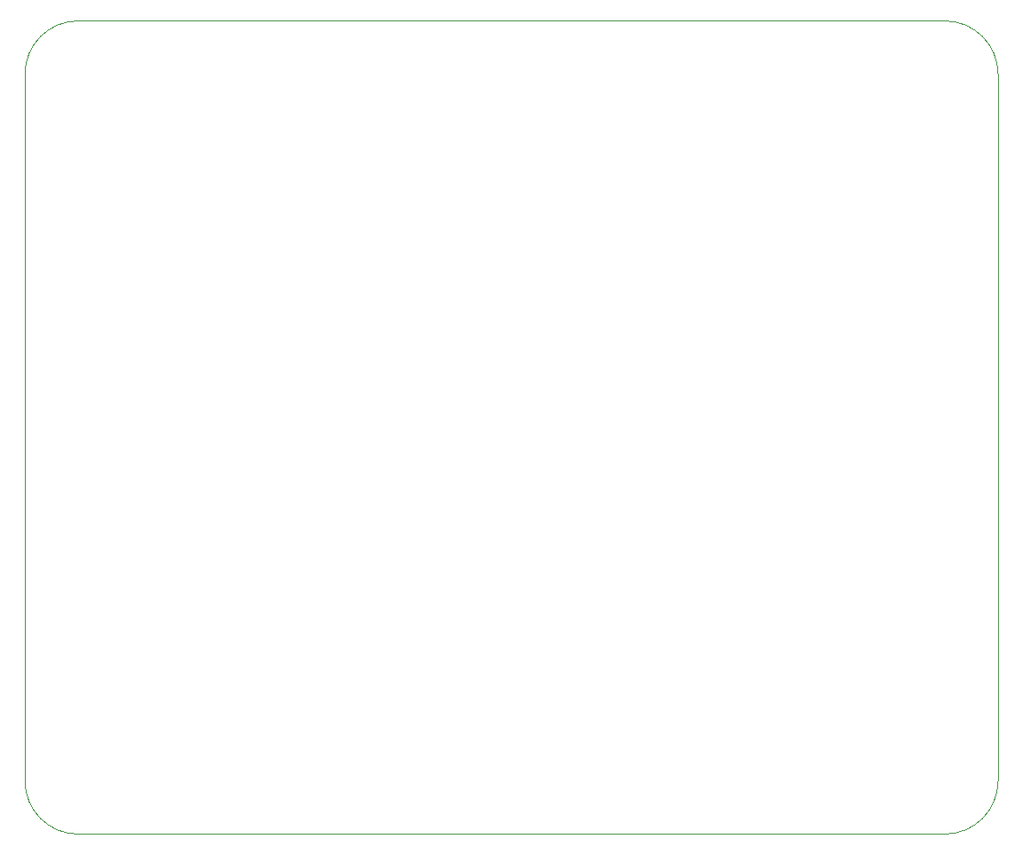
<source format=gbr>
%TF.GenerationSoftware,KiCad,Pcbnew,(6.0.4)*%
%TF.CreationDate,2023-04-26T13:38:40-05:00*%
%TF.ProjectId,Modulo de Practicas uPy,4d6f6475-6c6f-4206-9465-205072616374,rev?*%
%TF.SameCoordinates,Original*%
%TF.FileFunction,Profile,NP*%
%FSLAX46Y46*%
G04 Gerber Fmt 4.6, Leading zero omitted, Abs format (unit mm)*
G04 Created by KiCad (PCBNEW (6.0.4)) date 2023-04-26 13:38:40*
%MOMM*%
%LPD*%
G01*
G04 APERTURE LIST*
%TA.AperFunction,Profile*%
%ADD10C,0.100000*%
%TD*%
G04 APERTURE END LIST*
D10*
X179070000Y-43180000D02*
G75*
G03*
X173990000Y-38100000I-5080000J0D01*
G01*
X179070000Y-43180000D02*
X179070000Y-106680000D01*
X91440000Y-38100000D02*
G75*
G03*
X86360000Y-43180000I0J-5080000D01*
G01*
X179070000Y-110490000D02*
X179070000Y-106680000D01*
X96520000Y-115570000D02*
X91440000Y-115570000D01*
X173990000Y-115570000D02*
G75*
G03*
X179070000Y-110490000I0J5080000D01*
G01*
X173990000Y-115570000D02*
X96520000Y-115570000D01*
X91440000Y-38100000D02*
X173990000Y-38100000D01*
X86360000Y-110490000D02*
X86360000Y-43180000D01*
X86360000Y-110490000D02*
G75*
G03*
X91440000Y-115570000I5080000J0D01*
G01*
M02*

</source>
